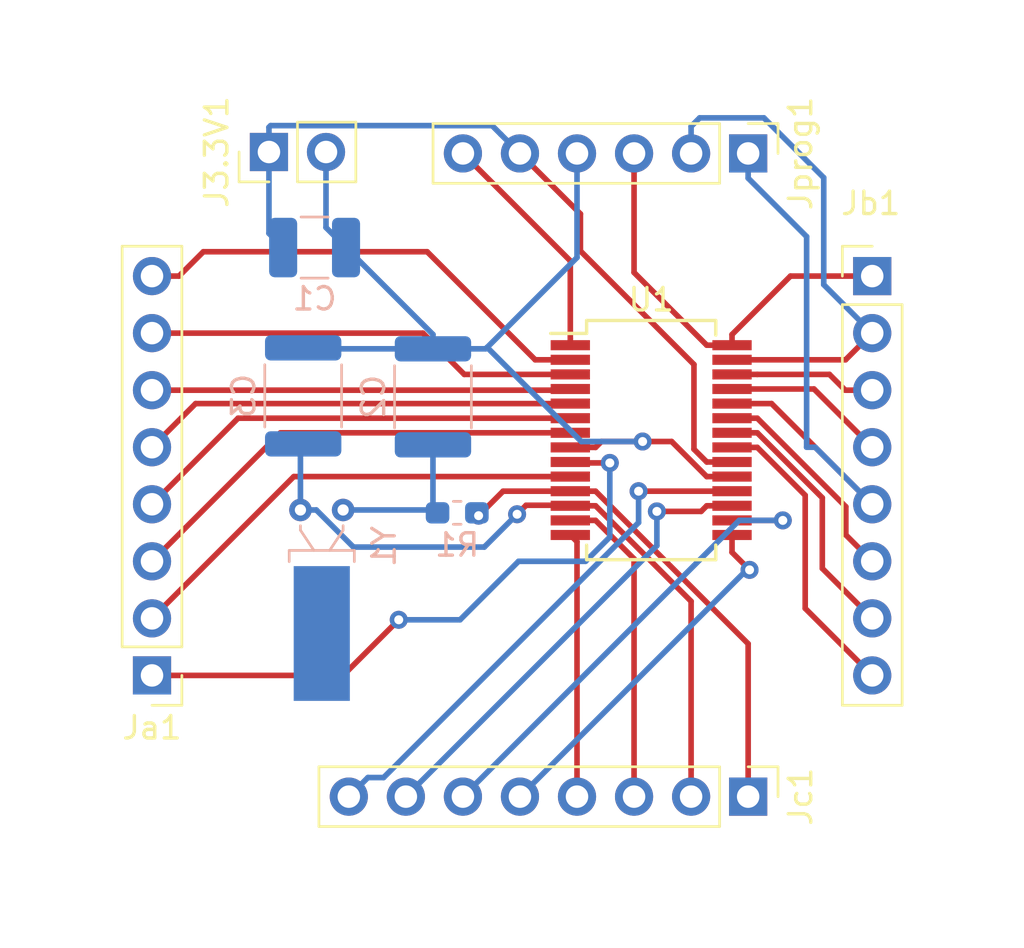
<source format=kicad_pcb>
(kicad_pcb (version 20171130) (host pcbnew "(5.1.5)-3")

  (general
    (thickness 1.6)
    (drawings 0)
    (tracks 160)
    (zones 0)
    (modules 11)
    (nets 29)
  )

  (page A4)
  (layers
    (0 F.Cu signal)
    (31 B.Cu signal)
    (32 B.Adhes user)
    (33 F.Adhes user)
    (34 B.Paste user)
    (35 F.Paste user)
    (36 B.SilkS user)
    (37 F.SilkS user)
    (38 B.Mask user)
    (39 F.Mask user)
    (40 Dwgs.User user)
    (41 Cmts.User user)
    (42 Eco1.User user)
    (43 Eco2.User user)
    (44 Edge.Cuts user)
    (45 Margin user)
    (46 B.CrtYd user)
    (47 F.CrtYd user)
    (48 B.Fab user)
    (49 F.Fab user)
  )

  (setup
    (last_trace_width 0.25)
    (trace_clearance 0.2)
    (zone_clearance 0.508)
    (zone_45_only no)
    (trace_min 0.2)
    (via_size 0.8)
    (via_drill 0.4)
    (via_min_size 0.4)
    (via_min_drill 0.3)
    (uvia_size 0.3)
    (uvia_drill 0.1)
    (uvias_allowed no)
    (uvia_min_size 0.2)
    (uvia_min_drill 0.1)
    (edge_width 0.05)
    (segment_width 0.2)
    (pcb_text_width 0.3)
    (pcb_text_size 1.5 1.5)
    (mod_edge_width 0.12)
    (mod_text_size 1 1)
    (mod_text_width 0.15)
    (pad_size 1.524 1.524)
    (pad_drill 0.762)
    (pad_to_mask_clearance 0.051)
    (solder_mask_min_width 0.25)
    (aux_axis_origin 0 0)
    (visible_elements 7FFFFFFF)
    (pcbplotparams
      (layerselection 0x010fc_ffffffff)
      (usegerberextensions false)
      (usegerberattributes false)
      (usegerberadvancedattributes false)
      (creategerberjobfile false)
      (excludeedgelayer true)
      (linewidth 0.100000)
      (plotframeref false)
      (viasonmask false)
      (mode 1)
      (useauxorigin false)
      (hpglpennumber 1)
      (hpglpenspeed 20)
      (hpglpendiameter 15.000000)
      (psnegative false)
      (psa4output false)
      (plotreference true)
      (plotvalue true)
      (plotinvisibletext false)
      (padsonsilk false)
      (subtractmaskfromsilk false)
      (outputformat 1)
      (mirror false)
      (drillshape 1)
      (scaleselection 1)
      (outputdirectory ""))
  )

  (net 0 "")
  (net 1 VSS)
  (net 2 VDD)
  (net 3 "Net-(C2-Pad2)")
  (net 4 "Net-(C3-Pad2)")
  (net 5 "Net-(Ja1-Pad8)")
  (net 6 "Net-(Ja1-Pad7)")
  (net 7 "Net-(Ja1-Pad6)")
  (net 8 "Net-(Ja1-Pad5)")
  (net 9 "Net-(Ja1-Pad4)")
  (net 10 "Net-(Ja1-Pad3)")
  (net 11 "Net-(Ja1-Pad2)")
  (net 12 "Net-(Ja1-Pad1)")
  (net 13 "Net-(Jb1-Pad8)")
  (net 14 "Net-(Jb1-Pad7)")
  (net 15 "Net-(Jb1-Pad6)")
  (net 16 PGM)
  (net 17 "Net-(Jb1-Pad4)")
  (net 18 "Net-(Jb1-Pad3)")
  (net 19 ICSCLK)
  (net 20 ICSDAT)
  (net 21 "Net-(Jc1-Pad8)")
  (net 22 "Net-(Jc1-Pad7)")
  (net 23 "Net-(Jc1-Pad6)")
  (net 24 "Net-(Jc1-Pad5)")
  (net 25 "Net-(Jc1-Pad4)")
  (net 26 "Net-(Jc1-Pad3)")
  (net 27 "Net-(Jc1-Pad1)")
  (net 28 mclr)

  (net_class Default "Dit is de standaard class."
    (clearance 0.2)
    (trace_width 0.25)
    (via_dia 0.8)
    (via_drill 0.4)
    (uvia_dia 0.3)
    (uvia_drill 0.1)
    (add_net ICSCLK)
    (add_net ICSDAT)
    (add_net "Net-(C2-Pad2)")
    (add_net "Net-(C3-Pad2)")
    (add_net "Net-(Ja1-Pad1)")
    (add_net "Net-(Ja1-Pad2)")
    (add_net "Net-(Ja1-Pad3)")
    (add_net "Net-(Ja1-Pad4)")
    (add_net "Net-(Ja1-Pad5)")
    (add_net "Net-(Ja1-Pad6)")
    (add_net "Net-(Ja1-Pad7)")
    (add_net "Net-(Ja1-Pad8)")
    (add_net "Net-(Jb1-Pad3)")
    (add_net "Net-(Jb1-Pad4)")
    (add_net "Net-(Jb1-Pad6)")
    (add_net "Net-(Jb1-Pad7)")
    (add_net "Net-(Jb1-Pad8)")
    (add_net "Net-(Jc1-Pad1)")
    (add_net "Net-(Jc1-Pad3)")
    (add_net "Net-(Jc1-Pad4)")
    (add_net "Net-(Jc1-Pad5)")
    (add_net "Net-(Jc1-Pad6)")
    (add_net "Net-(Jc1-Pad7)")
    (add_net "Net-(Jc1-Pad8)")
    (add_net PGM)
    (add_net VDD)
    (add_net VSS)
    (add_net mclr)
  )

  (module Resistor_SMD:R_0603_1608Metric_Pad1.05x0.95mm_HandSolder (layer B.Cu) (tedit 5B301BBD) (tstamp 603E2FA9)
    (at 93.218 -14.351)
    (descr "Resistor SMD 0603 (1608 Metric), square (rectangular) end terminal, IPC_7351 nominal with elongated pad for handsoldering. (Body size source: http://www.tortai-tech.com/upload/download/2011102023233369053.pdf), generated with kicad-footprint-generator")
    (tags "resistor handsolder")
    (path /603BC7CF)
    (attr smd)
    (fp_text reference R1 (at 0 1.43 180) (layer B.SilkS)
      (effects (font (size 1 1) (thickness 0.15)) (justify mirror))
    )
    (fp_text value 220K (at 0 -1.43 180) (layer B.Fab)
      (effects (font (size 1 1) (thickness 0.15)) (justify mirror))
    )
    (fp_text user %R (at 0 0 180) (layer B.Fab)
      (effects (font (size 0.4 0.4) (thickness 0.06)) (justify mirror))
    )
    (fp_line (start 1.65 -0.73) (end -1.65 -0.73) (layer B.CrtYd) (width 0.05))
    (fp_line (start 1.65 0.73) (end 1.65 -0.73) (layer B.CrtYd) (width 0.05))
    (fp_line (start -1.65 0.73) (end 1.65 0.73) (layer B.CrtYd) (width 0.05))
    (fp_line (start -1.65 -0.73) (end -1.65 0.73) (layer B.CrtYd) (width 0.05))
    (fp_line (start -0.171267 -0.51) (end 0.171267 -0.51) (layer B.SilkS) (width 0.12))
    (fp_line (start -0.171267 0.51) (end 0.171267 0.51) (layer B.SilkS) (width 0.12))
    (fp_line (start 0.8 -0.4) (end -0.8 -0.4) (layer B.Fab) (width 0.1))
    (fp_line (start 0.8 0.4) (end 0.8 -0.4) (layer B.Fab) (width 0.1))
    (fp_line (start -0.8 0.4) (end 0.8 0.4) (layer B.Fab) (width 0.1))
    (fp_line (start -0.8 -0.4) (end -0.8 0.4) (layer B.Fab) (width 0.1))
    (pad 2 smd roundrect (at 0.875 0) (size 1.05 0.95) (layers B.Cu B.Paste B.Mask) (roundrect_rratio 0.25)
      (net 27 "Net-(Jc1-Pad1)"))
    (pad 1 smd roundrect (at -0.875 0) (size 1.05 0.95) (layers B.Cu B.Paste B.Mask) (roundrect_rratio 0.25)
      (net 3 "Net-(C2-Pad2)"))
    (model ${KISYS3DMOD}/Resistor_SMD.3dshapes/R_0603_1608Metric.wrl
      (at (xyz 0 0 0))
      (scale (xyz 1 1 1))
      (rotate (xyz 0 0 0))
    )
  )

  (module Crystal:Crystal_DS26_D2.0mm_L6.0mm_Horizontal_1EP_style1 (layer B.Cu) (tedit 5A0FD1B2) (tstamp 603E1756)
    (at 88.138 -14.478 180)
    (descr "Crystal THT DS26 6.0mm length 2.0mm diameter http://www.microcrystal.com/images/_Product-Documentation/03_TF_metal_Packages/01_Datasheet/DS-Series.pdf")
    (tags ['DS26'])
    (path /603BB306)
    (fp_text reference Y1 (at -1.82 -1.625 270) (layer B.SilkS)
      (effects (font (size 1 1) (thickness 0.15)) (justify mirror))
    )
    (fp_text value 32KHz (at 3.72 -1.625 270) (layer B.Fab)
      (effects (font (size 1 1) (thickness 0.15)) (justify mirror))
    )
    (fp_line (start 2.7 0.8) (end -0.8 0.8) (layer B.CrtYd) (width 0.05))
    (fp_line (start 2.7 -8.8) (end 2.7 0.8) (layer B.CrtYd) (width 0.05))
    (fp_line (start -0.8 -8.8) (end 2.7 -8.8) (layer B.CrtYd) (width 0.05))
    (fp_line (start -0.8 0.8) (end -0.8 -8.8) (layer B.CrtYd) (width 0.05))
    (fp_line (start 1.9 -0.9) (end 1.9 -0.7) (layer B.SilkS) (width 0.12))
    (fp_line (start 1.3 -1.8) (end 1.9 -0.9) (layer B.SilkS) (width 0.12))
    (fp_line (start 0 -0.9) (end 0 -0.7) (layer B.SilkS) (width 0.12))
    (fp_line (start 0.6 -1.8) (end 0 -0.9) (layer B.SilkS) (width 0.12))
    (fp_line (start 2.4 -1.8) (end 2.4 -2.3) (layer B.SilkS) (width 0.12))
    (fp_line (start -0.5 -1.8) (end 2.4 -1.8) (layer B.SilkS) (width 0.12))
    (fp_line (start -0.5 -2.3) (end -0.5 -1.8) (layer B.SilkS) (width 0.12))
    (fp_line (start 1.9 -1) (end 1.9 0) (layer B.Fab) (width 0.1))
    (fp_line (start 1.3 -2) (end 1.9 -1) (layer B.Fab) (width 0.1))
    (fp_line (start 0 -1) (end 0 0) (layer B.Fab) (width 0.1))
    (fp_line (start 0.6 -2) (end 0 -1) (layer B.Fab) (width 0.1))
    (fp_line (start 1.95 -2) (end -0.05 -2) (layer B.Fab) (width 0.1))
    (fp_line (start 1.95 -8) (end 1.95 -2) (layer B.Fab) (width 0.1))
    (fp_line (start -0.05 -8) (end 1.95 -8) (layer B.Fab) (width 0.1))
    (fp_line (start -0.05 -2) (end -0.05 -8) (layer B.Fab) (width 0.1))
    (fp_text user %R (at 1 -5.25 270) (layer B.Fab)
      (effects (font (size 0.7 0.7) (thickness 0.105)) (justify mirror))
    )
    (pad 3 smd rect (at 0.95 -5.5 180) (size 2.5 6) (layers B.Cu B.Paste B.Mask))
    (pad 2 thru_hole circle (at 1.9 0 180) (size 1 1) (drill 0.5) (layers *.Cu *.Mask)
      (net 4 "Net-(C3-Pad2)"))
    (pad 1 thru_hole circle (at 0 0 180) (size 1 1) (drill 0.5) (layers *.Cu *.Mask)
      (net 3 "Net-(C2-Pad2)"))
    (model ${KISYS3DMOD}/Crystal.3dshapes/Crystal_DS26_D2.0mm_L6.0mm_Horizontal_1EP_style1.wrl
      (at (xyz 0 0 0))
      (scale (xyz 1 1 1))
      (rotate (xyz 0 0 0))
    )
  )

  (module Package_SO:SSOP-28_5.3x10.2mm_P0.65mm (layer F.Cu) (tedit 5A02F25C) (tstamp 603E173B)
    (at 101.854 -17.5895)
    (descr "28-Lead Plastic Shrink Small Outline (SS)-5.30 mm Body [SSOP] (see Microchip Packaging Specification 00000049BS.pdf)")
    (tags "SSOP 0.65")
    (path /6034E585)
    (attr smd)
    (fp_text reference U1 (at 0 -6.25) (layer F.SilkS)
      (effects (font (size 1 1) (thickness 0.15)))
    )
    (fp_text value PIC16F886-IP (at 0 6.25) (layer F.Fab)
      (effects (font (size 1 1) (thickness 0.15)))
    )
    (fp_text user %R (at 0 0) (layer F.Fab)
      (effects (font (size 0.8 0.8) (thickness 0.15)))
    )
    (fp_line (start -2.875 -4.75) (end -4.475 -4.75) (layer F.SilkS) (width 0.15))
    (fp_line (start -2.875 5.325) (end 2.875 5.325) (layer F.SilkS) (width 0.15))
    (fp_line (start -2.875 -5.325) (end 2.875 -5.325) (layer F.SilkS) (width 0.15))
    (fp_line (start -2.875 5.325) (end -2.875 4.675) (layer F.SilkS) (width 0.15))
    (fp_line (start 2.875 5.325) (end 2.875 4.675) (layer F.SilkS) (width 0.15))
    (fp_line (start 2.875 -5.325) (end 2.875 -4.675) (layer F.SilkS) (width 0.15))
    (fp_line (start -2.875 -5.325) (end -2.875 -4.75) (layer F.SilkS) (width 0.15))
    (fp_line (start -4.75 5.5) (end 4.75 5.5) (layer F.CrtYd) (width 0.05))
    (fp_line (start -4.75 -5.5) (end 4.75 -5.5) (layer F.CrtYd) (width 0.05))
    (fp_line (start 4.75 -5.5) (end 4.75 5.5) (layer F.CrtYd) (width 0.05))
    (fp_line (start -4.75 -5.5) (end -4.75 5.5) (layer F.CrtYd) (width 0.05))
    (fp_line (start -2.65 -4.1) (end -1.65 -5.1) (layer F.Fab) (width 0.15))
    (fp_line (start -2.65 5.1) (end -2.65 -4.1) (layer F.Fab) (width 0.15))
    (fp_line (start 2.65 5.1) (end -2.65 5.1) (layer F.Fab) (width 0.15))
    (fp_line (start 2.65 -5.1) (end 2.65 5.1) (layer F.Fab) (width 0.15))
    (fp_line (start -1.65 -5.1) (end 2.65 -5.1) (layer F.Fab) (width 0.15))
    (pad 28 smd rect (at 3.6 -4.225) (size 1.75 0.45) (layers F.Cu F.Paste F.Mask)
      (net 20 ICSDAT))
    (pad 27 smd rect (at 3.6 -3.575) (size 1.75 0.45) (layers F.Cu F.Paste F.Mask)
      (net 19 ICSCLK))
    (pad 26 smd rect (at 3.6 -2.925) (size 1.75 0.45) (layers F.Cu F.Paste F.Mask)
      (net 18 "Net-(Jb1-Pad3)"))
    (pad 25 smd rect (at 3.6 -2.275) (size 1.75 0.45) (layers F.Cu F.Paste F.Mask)
      (net 17 "Net-(Jb1-Pad4)"))
    (pad 24 smd rect (at 3.6 -1.625) (size 1.75 0.45) (layers F.Cu F.Paste F.Mask)
      (net 16 PGM))
    (pad 23 smd rect (at 3.6 -0.975) (size 1.75 0.45) (layers F.Cu F.Paste F.Mask)
      (net 15 "Net-(Jb1-Pad6)"))
    (pad 22 smd rect (at 3.6 -0.325) (size 1.75 0.45) (layers F.Cu F.Paste F.Mask)
      (net 14 "Net-(Jb1-Pad7)"))
    (pad 21 smd rect (at 3.6 0.325) (size 1.75 0.45) (layers F.Cu F.Paste F.Mask)
      (net 13 "Net-(Jb1-Pad8)"))
    (pad 20 smd rect (at 3.6 0.975) (size 1.75 0.45) (layers F.Cu F.Paste F.Mask)
      (net 2 VDD))
    (pad 19 smd rect (at 3.6 1.625) (size 1.75 0.45) (layers F.Cu F.Paste F.Mask)
      (net 1 VSS))
    (pad 18 smd rect (at 3.6 2.275) (size 1.75 0.45) (layers F.Cu F.Paste F.Mask)
      (net 21 "Net-(Jc1-Pad8)"))
    (pad 17 smd rect (at 3.6 2.925) (size 1.75 0.45) (layers F.Cu F.Paste F.Mask)
      (net 22 "Net-(Jc1-Pad7)"))
    (pad 16 smd rect (at 3.6 3.575) (size 1.75 0.45) (layers F.Cu F.Paste F.Mask)
      (net 23 "Net-(Jc1-Pad6)"))
    (pad 15 smd rect (at 3.6 4.225) (size 1.75 0.45) (layers F.Cu F.Paste F.Mask)
      (net 24 "Net-(Jc1-Pad5)"))
    (pad 14 smd rect (at -3.6 4.225) (size 1.75 0.45) (layers F.Cu F.Paste F.Mask)
      (net 25 "Net-(Jc1-Pad4)"))
    (pad 13 smd rect (at -3.6 3.575) (size 1.75 0.45) (layers F.Cu F.Paste F.Mask)
      (net 26 "Net-(Jc1-Pad3)"))
    (pad 12 smd rect (at -3.6 2.925) (size 1.75 0.45) (layers F.Cu F.Paste F.Mask)
      (net 4 "Net-(C3-Pad2)"))
    (pad 11 smd rect (at -3.6 2.275) (size 1.75 0.45) (layers F.Cu F.Paste F.Mask)
      (net 27 "Net-(Jc1-Pad1)"))
    (pad 10 smd rect (at -3.6 1.625) (size 1.75 0.45) (layers F.Cu F.Paste F.Mask)
      (net 11 "Net-(Ja1-Pad2)"))
    (pad 9 smd rect (at -3.6 0.975) (size 1.75 0.45) (layers F.Cu F.Paste F.Mask)
      (net 12 "Net-(Ja1-Pad1)"))
    (pad 8 smd rect (at -3.6 0.325) (size 1.75 0.45) (layers F.Cu F.Paste F.Mask)
      (net 1 VSS))
    (pad 7 smd rect (at -3.6 -0.325) (size 1.75 0.45) (layers F.Cu F.Paste F.Mask)
      (net 10 "Net-(Ja1-Pad3)"))
    (pad 6 smd rect (at -3.6 -0.975) (size 1.75 0.45) (layers F.Cu F.Paste F.Mask)
      (net 9 "Net-(Ja1-Pad4)"))
    (pad 5 smd rect (at -3.6 -1.625) (size 1.75 0.45) (layers F.Cu F.Paste F.Mask)
      (net 8 "Net-(Ja1-Pad5)"))
    (pad 4 smd rect (at -3.6 -2.275) (size 1.75 0.45) (layers F.Cu F.Paste F.Mask)
      (net 7 "Net-(Ja1-Pad6)"))
    (pad 3 smd rect (at -3.6 -2.925) (size 1.75 0.45) (layers F.Cu F.Paste F.Mask)
      (net 6 "Net-(Ja1-Pad7)"))
    (pad 2 smd rect (at -3.6 -3.575) (size 1.75 0.45) (layers F.Cu F.Paste F.Mask)
      (net 5 "Net-(Ja1-Pad8)"))
    (pad 1 smd rect (at -3.6 -4.225) (size 1.75 0.45) (layers F.Cu F.Paste F.Mask)
      (net 28 mclr))
    (model ${KISYS3DMOD}/Package_SO.3dshapes/SSOP-28_5.3x10.2mm_P0.65mm.wrl
      (at (xyz 0 0 0))
      (scale (xyz 1 1 1))
      (rotate (xyz 0 0 0))
    )
  )

  (module Connector_PinHeader_2.54mm:PinHeader_1x06_P2.54mm_Vertical (layer F.Cu) (tedit 59FED5CC) (tstamp 603E16F9)
    (at 106.172 -30.353 270)
    (descr "Through hole straight pin header, 1x06, 2.54mm pitch, single row")
    (tags "Through hole pin header THT 1x06 2.54mm single row")
    (path /603B648F)
    (fp_text reference Jprog1 (at 0 -2.33 90) (layer F.SilkS)
      (effects (font (size 1 1) (thickness 0.15)))
    )
    (fp_text value Conn_01x06_Male (at 0 15.03 90) (layer F.Fab)
      (effects (font (size 1 1) (thickness 0.15)))
    )
    (fp_text user %R (at 0 6.35) (layer F.Fab)
      (effects (font (size 1 1) (thickness 0.15)))
    )
    (fp_line (start 1.8 -1.8) (end -1.8 -1.8) (layer F.CrtYd) (width 0.05))
    (fp_line (start 1.8 14.5) (end 1.8 -1.8) (layer F.CrtYd) (width 0.05))
    (fp_line (start -1.8 14.5) (end 1.8 14.5) (layer F.CrtYd) (width 0.05))
    (fp_line (start -1.8 -1.8) (end -1.8 14.5) (layer F.CrtYd) (width 0.05))
    (fp_line (start -1.33 -1.33) (end 0 -1.33) (layer F.SilkS) (width 0.12))
    (fp_line (start -1.33 0) (end -1.33 -1.33) (layer F.SilkS) (width 0.12))
    (fp_line (start -1.33 1.27) (end 1.33 1.27) (layer F.SilkS) (width 0.12))
    (fp_line (start 1.33 1.27) (end 1.33 14.03) (layer F.SilkS) (width 0.12))
    (fp_line (start -1.33 1.27) (end -1.33 14.03) (layer F.SilkS) (width 0.12))
    (fp_line (start -1.33 14.03) (end 1.33 14.03) (layer F.SilkS) (width 0.12))
    (fp_line (start -1.27 -0.635) (end -0.635 -1.27) (layer F.Fab) (width 0.1))
    (fp_line (start -1.27 13.97) (end -1.27 -0.635) (layer F.Fab) (width 0.1))
    (fp_line (start 1.27 13.97) (end -1.27 13.97) (layer F.Fab) (width 0.1))
    (fp_line (start 1.27 -1.27) (end 1.27 13.97) (layer F.Fab) (width 0.1))
    (fp_line (start -0.635 -1.27) (end 1.27 -1.27) (layer F.Fab) (width 0.1))
    (pad 6 thru_hole oval (at 0 12.7 270) (size 1.7 1.7) (drill 1) (layers *.Cu *.Mask)
      (net 28 mclr))
    (pad 5 thru_hole oval (at 0 10.16 270) (size 1.7 1.7) (drill 1) (layers *.Cu *.Mask)
      (net 2 VDD))
    (pad 4 thru_hole oval (at 0 7.62 270) (size 1.7 1.7) (drill 1) (layers *.Cu *.Mask)
      (net 1 VSS))
    (pad 3 thru_hole oval (at 0 5.08 270) (size 1.7 1.7) (drill 1) (layers *.Cu *.Mask)
      (net 20 ICSDAT))
    (pad 2 thru_hole oval (at 0 2.54 270) (size 1.7 1.7) (drill 1) (layers *.Cu *.Mask)
      (net 19 ICSCLK))
    (pad 1 thru_hole rect (at 0 0 270) (size 1.7 1.7) (drill 1) (layers *.Cu *.Mask)
      (net 16 PGM))
    (model ${KISYS3DMOD}/Connector_PinHeader_2.54mm.3dshapes/PinHeader_1x06_P2.54mm_Vertical.wrl
      (at (xyz 0 0 0))
      (scale (xyz 1 1 1))
      (rotate (xyz 0 0 0))
    )
  )

  (module Connector_PinHeader_2.54mm:PinHeader_1x08_P2.54mm_Vertical (layer F.Cu) (tedit 59FED5CC) (tstamp 604217D2)
    (at 106.172 -1.7145 270)
    (descr "Through hole straight pin header, 1x08, 2.54mm pitch, single row")
    (tags "Through hole pin header THT 1x08 2.54mm single row")
    (path /603ECBF8)
    (fp_text reference Jc1 (at 0 -2.33 90) (layer F.SilkS)
      (effects (font (size 1 1) (thickness 0.15)))
    )
    (fp_text value Conn_01x08_Male (at 0 20.11 90) (layer F.Fab)
      (effects (font (size 1 1) (thickness 0.15)))
    )
    (fp_text user %R (at 0 8.89) (layer F.Fab)
      (effects (font (size 1 1) (thickness 0.15)))
    )
    (fp_line (start 1.8 -1.8) (end -1.8 -1.8) (layer F.CrtYd) (width 0.05))
    (fp_line (start 1.8 19.55) (end 1.8 -1.8) (layer F.CrtYd) (width 0.05))
    (fp_line (start -1.8 19.55) (end 1.8 19.55) (layer F.CrtYd) (width 0.05))
    (fp_line (start -1.8 -1.8) (end -1.8 19.55) (layer F.CrtYd) (width 0.05))
    (fp_line (start -1.33 -1.33) (end 0 -1.33) (layer F.SilkS) (width 0.12))
    (fp_line (start -1.33 0) (end -1.33 -1.33) (layer F.SilkS) (width 0.12))
    (fp_line (start -1.33 1.27) (end 1.33 1.27) (layer F.SilkS) (width 0.12))
    (fp_line (start 1.33 1.27) (end 1.33 19.11) (layer F.SilkS) (width 0.12))
    (fp_line (start -1.33 1.27) (end -1.33 19.11) (layer F.SilkS) (width 0.12))
    (fp_line (start -1.33 19.11) (end 1.33 19.11) (layer F.SilkS) (width 0.12))
    (fp_line (start -1.27 -0.635) (end -0.635 -1.27) (layer F.Fab) (width 0.1))
    (fp_line (start -1.27 19.05) (end -1.27 -0.635) (layer F.Fab) (width 0.1))
    (fp_line (start 1.27 19.05) (end -1.27 19.05) (layer F.Fab) (width 0.1))
    (fp_line (start 1.27 -1.27) (end 1.27 19.05) (layer F.Fab) (width 0.1))
    (fp_line (start -0.635 -1.27) (end 1.27 -1.27) (layer F.Fab) (width 0.1))
    (pad 8 thru_hole oval (at 0 17.78 270) (size 1.7 1.7) (drill 1) (layers *.Cu *.Mask)
      (net 21 "Net-(Jc1-Pad8)"))
    (pad 7 thru_hole oval (at 0 15.24 270) (size 1.7 1.7) (drill 1) (layers *.Cu *.Mask)
      (net 22 "Net-(Jc1-Pad7)"))
    (pad 6 thru_hole oval (at 0 12.7 270) (size 1.7 1.7) (drill 1) (layers *.Cu *.Mask)
      (net 23 "Net-(Jc1-Pad6)"))
    (pad 5 thru_hole oval (at 0 10.16 270) (size 1.7 1.7) (drill 1) (layers *.Cu *.Mask)
      (net 24 "Net-(Jc1-Pad5)"))
    (pad 4 thru_hole oval (at 0 7.62 270) (size 1.7 1.7) (drill 1) (layers *.Cu *.Mask)
      (net 25 "Net-(Jc1-Pad4)"))
    (pad 3 thru_hole oval (at 0 5.08 270) (size 1.7 1.7) (drill 1) (layers *.Cu *.Mask)
      (net 26 "Net-(Jc1-Pad3)"))
    (pad 2 thru_hole oval (at 0 2.54 270) (size 1.7 1.7) (drill 1) (layers *.Cu *.Mask)
      (net 4 "Net-(C3-Pad2)"))
    (pad 1 thru_hole rect (at 0 0 270) (size 1.7 1.7) (drill 1) (layers *.Cu *.Mask)
      (net 27 "Net-(Jc1-Pad1)"))
    (model ${KISYS3DMOD}/Connector_PinHeader_2.54mm.3dshapes/PinHeader_1x08_P2.54mm_Vertical.wrl
      (at (xyz 0 0 0))
      (scale (xyz 1 1 1))
      (rotate (xyz 0 0 0))
    )
  )

  (module Connector_PinHeader_2.54mm:PinHeader_1x08_P2.54mm_Vertical (layer F.Cu) (tedit 59FED5CC) (tstamp 603E16C3)
    (at 111.6965 -24.892)
    (descr "Through hole straight pin header, 1x08, 2.54mm pitch, single row")
    (tags "Through hole pin header THT 1x08 2.54mm single row")
    (path /603DE26C)
    (fp_text reference Jb1 (at -0.0635 -3.2385) (layer F.SilkS)
      (effects (font (size 1 1) (thickness 0.15)))
    )
    (fp_text value Conn_01x08_Male (at 0 20.11) (layer F.Fab)
      (effects (font (size 1 1) (thickness 0.15)))
    )
    (fp_text user %R (at 0 8.89 90) (layer F.Fab)
      (effects (font (size 1 1) (thickness 0.15)))
    )
    (fp_line (start 1.8 -1.8) (end -1.8 -1.8) (layer F.CrtYd) (width 0.05))
    (fp_line (start 1.8 19.55) (end 1.8 -1.8) (layer F.CrtYd) (width 0.05))
    (fp_line (start -1.8 19.55) (end 1.8 19.55) (layer F.CrtYd) (width 0.05))
    (fp_line (start -1.8 -1.8) (end -1.8 19.55) (layer F.CrtYd) (width 0.05))
    (fp_line (start -1.33 -1.33) (end 0 -1.33) (layer F.SilkS) (width 0.12))
    (fp_line (start -1.33 0) (end -1.33 -1.33) (layer F.SilkS) (width 0.12))
    (fp_line (start -1.33 1.27) (end 1.33 1.27) (layer F.SilkS) (width 0.12))
    (fp_line (start 1.33 1.27) (end 1.33 19.11) (layer F.SilkS) (width 0.12))
    (fp_line (start -1.33 1.27) (end -1.33 19.11) (layer F.SilkS) (width 0.12))
    (fp_line (start -1.33 19.11) (end 1.33 19.11) (layer F.SilkS) (width 0.12))
    (fp_line (start -1.27 -0.635) (end -0.635 -1.27) (layer F.Fab) (width 0.1))
    (fp_line (start -1.27 19.05) (end -1.27 -0.635) (layer F.Fab) (width 0.1))
    (fp_line (start 1.27 19.05) (end -1.27 19.05) (layer F.Fab) (width 0.1))
    (fp_line (start 1.27 -1.27) (end 1.27 19.05) (layer F.Fab) (width 0.1))
    (fp_line (start -0.635 -1.27) (end 1.27 -1.27) (layer F.Fab) (width 0.1))
    (pad 8 thru_hole oval (at 0 17.78) (size 1.7 1.7) (drill 1) (layers *.Cu *.Mask)
      (net 13 "Net-(Jb1-Pad8)"))
    (pad 7 thru_hole oval (at 0 15.24) (size 1.7 1.7) (drill 1) (layers *.Cu *.Mask)
      (net 14 "Net-(Jb1-Pad7)"))
    (pad 6 thru_hole oval (at 0 12.7) (size 1.7 1.7) (drill 1) (layers *.Cu *.Mask)
      (net 15 "Net-(Jb1-Pad6)"))
    (pad 5 thru_hole oval (at 0 10.16) (size 1.7 1.7) (drill 1) (layers *.Cu *.Mask)
      (net 16 PGM))
    (pad 4 thru_hole oval (at 0 7.62) (size 1.7 1.7) (drill 1) (layers *.Cu *.Mask)
      (net 17 "Net-(Jb1-Pad4)"))
    (pad 3 thru_hole oval (at 0 5.08) (size 1.7 1.7) (drill 1) (layers *.Cu *.Mask)
      (net 18 "Net-(Jb1-Pad3)"))
    (pad 2 thru_hole oval (at 0 2.54) (size 1.7 1.7) (drill 1) (layers *.Cu *.Mask)
      (net 19 ICSCLK))
    (pad 1 thru_hole rect (at 0 0) (size 1.7 1.7) (drill 1) (layers *.Cu *.Mask)
      (net 20 ICSDAT))
    (model ${KISYS3DMOD}/Connector_PinHeader_2.54mm.3dshapes/PinHeader_1x08_P2.54mm_Vertical.wrl
      (at (xyz 0 0 0))
      (scale (xyz 1 1 1))
      (rotate (xyz 0 0 0))
    )
  )

  (module Connector_PinHeader_2.54mm:PinHeader_1x08_P2.54mm_Vertical (layer F.Cu) (tedit 59FED5CC) (tstamp 603E16A7)
    (at 79.629 -7.112 180)
    (descr "Through hole straight pin header, 1x08, 2.54mm pitch, single row")
    (tags "Through hole pin header THT 1x08 2.54mm single row")
    (path /603E470E)
    (fp_text reference Ja1 (at 0 -2.33) (layer F.SilkS)
      (effects (font (size 1 1) (thickness 0.15)))
    )
    (fp_text value Conn_01x08_Male (at 0 20.11) (layer F.Fab)
      (effects (font (size 1 1) (thickness 0.15)))
    )
    (fp_text user %R (at 0 8.89 90) (layer F.Fab)
      (effects (font (size 1 1) (thickness 0.15)))
    )
    (fp_line (start 1.8 -1.8) (end -1.8 -1.8) (layer F.CrtYd) (width 0.05))
    (fp_line (start 1.8 19.55) (end 1.8 -1.8) (layer F.CrtYd) (width 0.05))
    (fp_line (start -1.8 19.55) (end 1.8 19.55) (layer F.CrtYd) (width 0.05))
    (fp_line (start -1.8 -1.8) (end -1.8 19.55) (layer F.CrtYd) (width 0.05))
    (fp_line (start -1.33 -1.33) (end 0 -1.33) (layer F.SilkS) (width 0.12))
    (fp_line (start -1.33 0) (end -1.33 -1.33) (layer F.SilkS) (width 0.12))
    (fp_line (start -1.33 1.27) (end 1.33 1.27) (layer F.SilkS) (width 0.12))
    (fp_line (start 1.33 1.27) (end 1.33 19.11) (layer F.SilkS) (width 0.12))
    (fp_line (start -1.33 1.27) (end -1.33 19.11) (layer F.SilkS) (width 0.12))
    (fp_line (start -1.33 19.11) (end 1.33 19.11) (layer F.SilkS) (width 0.12))
    (fp_line (start -1.27 -0.635) (end -0.635 -1.27) (layer F.Fab) (width 0.1))
    (fp_line (start -1.27 19.05) (end -1.27 -0.635) (layer F.Fab) (width 0.1))
    (fp_line (start 1.27 19.05) (end -1.27 19.05) (layer F.Fab) (width 0.1))
    (fp_line (start 1.27 -1.27) (end 1.27 19.05) (layer F.Fab) (width 0.1))
    (fp_line (start -0.635 -1.27) (end 1.27 -1.27) (layer F.Fab) (width 0.1))
    (pad 8 thru_hole oval (at 0 17.78 180) (size 1.7 1.7) (drill 1) (layers *.Cu *.Mask)
      (net 5 "Net-(Ja1-Pad8)"))
    (pad 7 thru_hole oval (at 0 15.24 180) (size 1.7 1.7) (drill 1) (layers *.Cu *.Mask)
      (net 6 "Net-(Ja1-Pad7)"))
    (pad 6 thru_hole oval (at 0 12.7 180) (size 1.7 1.7) (drill 1) (layers *.Cu *.Mask)
      (net 7 "Net-(Ja1-Pad6)"))
    (pad 5 thru_hole oval (at 0 10.16 180) (size 1.7 1.7) (drill 1) (layers *.Cu *.Mask)
      (net 8 "Net-(Ja1-Pad5)"))
    (pad 4 thru_hole oval (at 0 7.62 180) (size 1.7 1.7) (drill 1) (layers *.Cu *.Mask)
      (net 9 "Net-(Ja1-Pad4)"))
    (pad 3 thru_hole oval (at 0 5.08 180) (size 1.7 1.7) (drill 1) (layers *.Cu *.Mask)
      (net 10 "Net-(Ja1-Pad3)"))
    (pad 2 thru_hole oval (at 0 2.54 180) (size 1.7 1.7) (drill 1) (layers *.Cu *.Mask)
      (net 11 "Net-(Ja1-Pad2)"))
    (pad 1 thru_hole rect (at 0 0 180) (size 1.7 1.7) (drill 1) (layers *.Cu *.Mask)
      (net 12 "Net-(Ja1-Pad1)"))
    (model ${KISYS3DMOD}/Connector_PinHeader_2.54mm.3dshapes/PinHeader_1x08_P2.54mm_Vertical.wrl
      (at (xyz 0 0 0))
      (scale (xyz 1 1 1))
      (rotate (xyz 0 0 0))
    )
  )

  (module Connector_PinHeader_2.54mm:PinHeader_1x02_P2.54mm_Vertical (layer F.Cu) (tedit 59FED5CC) (tstamp 603E168B)
    (at 84.836 -30.4165 90)
    (descr "Through hole straight pin header, 1x02, 2.54mm pitch, single row")
    (tags "Through hole pin header THT 1x02 2.54mm single row")
    (path /60400875)
    (fp_text reference J3.3V1 (at 0 -2.33 90) (layer F.SilkS)
      (effects (font (size 1 1) (thickness 0.15)))
    )
    (fp_text value Conn_01x02_Male (at 0 4.87 90) (layer F.Fab)
      (effects (font (size 1 1) (thickness 0.15)))
    )
    (fp_text user %R (at 0 1.27) (layer F.Fab)
      (effects (font (size 1 1) (thickness 0.15)))
    )
    (fp_line (start 1.8 -1.8) (end -1.8 -1.8) (layer F.CrtYd) (width 0.05))
    (fp_line (start 1.8 4.35) (end 1.8 -1.8) (layer F.CrtYd) (width 0.05))
    (fp_line (start -1.8 4.35) (end 1.8 4.35) (layer F.CrtYd) (width 0.05))
    (fp_line (start -1.8 -1.8) (end -1.8 4.35) (layer F.CrtYd) (width 0.05))
    (fp_line (start -1.33 -1.33) (end 0 -1.33) (layer F.SilkS) (width 0.12))
    (fp_line (start -1.33 0) (end -1.33 -1.33) (layer F.SilkS) (width 0.12))
    (fp_line (start -1.33 1.27) (end 1.33 1.27) (layer F.SilkS) (width 0.12))
    (fp_line (start 1.33 1.27) (end 1.33 3.87) (layer F.SilkS) (width 0.12))
    (fp_line (start -1.33 1.27) (end -1.33 3.87) (layer F.SilkS) (width 0.12))
    (fp_line (start -1.33 3.87) (end 1.33 3.87) (layer F.SilkS) (width 0.12))
    (fp_line (start -1.27 -0.635) (end -0.635 -1.27) (layer F.Fab) (width 0.1))
    (fp_line (start -1.27 3.81) (end -1.27 -0.635) (layer F.Fab) (width 0.1))
    (fp_line (start 1.27 3.81) (end -1.27 3.81) (layer F.Fab) (width 0.1))
    (fp_line (start 1.27 -1.27) (end 1.27 3.81) (layer F.Fab) (width 0.1))
    (fp_line (start -0.635 -1.27) (end 1.27 -1.27) (layer F.Fab) (width 0.1))
    (pad 2 thru_hole oval (at 0 2.54 90) (size 1.7 1.7) (drill 1) (layers *.Cu *.Mask)
      (net 1 VSS))
    (pad 1 thru_hole rect (at 0 0 90) (size 1.7 1.7) (drill 1) (layers *.Cu *.Mask)
      (net 2 VDD))
    (model ${KISYS3DMOD}/Connector_PinHeader_2.54mm.3dshapes/PinHeader_1x02_P2.54mm_Vertical.wrl
      (at (xyz 0 0 0))
      (scale (xyz 1 1 1))
      (rotate (xyz 0 0 0))
    )
  )

  (module Capacitor_SMD:C_1812_4532Metric (layer B.Cu) (tedit 5B301BBE) (tstamp 603E1675)
    (at 86.36 -19.558 270)
    (descr "Capacitor SMD 1812 (4532 Metric), square (rectangular) end terminal, IPC_7351 nominal, (Body size source: https://www.nikhef.nl/pub/departments/mt/projects/detectorR_D/dtddice/ERJ2G.pdf), generated with kicad-footprint-generator")
    (tags capacitor)
    (path /603BBCC2)
    (attr smd)
    (fp_text reference C3 (at 0 2.65 270) (layer B.SilkS)
      (effects (font (size 1 1) (thickness 0.15)) (justify mirror))
    )
    (fp_text value 22pF (at 0 -2.65 270) (layer B.Fab)
      (effects (font (size 1 1) (thickness 0.15)) (justify mirror))
    )
    (fp_text user %R (at 0 0 270) (layer B.Fab)
      (effects (font (size 1 1) (thickness 0.15)) (justify mirror))
    )
    (fp_line (start 2.95 -1.95) (end -2.95 -1.95) (layer B.CrtYd) (width 0.05))
    (fp_line (start 2.95 1.95) (end 2.95 -1.95) (layer B.CrtYd) (width 0.05))
    (fp_line (start -2.95 1.95) (end 2.95 1.95) (layer B.CrtYd) (width 0.05))
    (fp_line (start -2.95 -1.95) (end -2.95 1.95) (layer B.CrtYd) (width 0.05))
    (fp_line (start -1.386252 -1.71) (end 1.386252 -1.71) (layer B.SilkS) (width 0.12))
    (fp_line (start -1.386252 1.71) (end 1.386252 1.71) (layer B.SilkS) (width 0.12))
    (fp_line (start 2.25 -1.6) (end -2.25 -1.6) (layer B.Fab) (width 0.1))
    (fp_line (start 2.25 1.6) (end 2.25 -1.6) (layer B.Fab) (width 0.1))
    (fp_line (start -2.25 1.6) (end 2.25 1.6) (layer B.Fab) (width 0.1))
    (fp_line (start -2.25 -1.6) (end -2.25 1.6) (layer B.Fab) (width 0.1))
    (pad 2 smd roundrect (at 2.1375 0 270) (size 1.125 3.4) (layers B.Cu B.Paste B.Mask) (roundrect_rratio 0.222222)
      (net 4 "Net-(C3-Pad2)"))
    (pad 1 smd roundrect (at -2.1375 0 270) (size 1.125 3.4) (layers B.Cu B.Paste B.Mask) (roundrect_rratio 0.222222)
      (net 1 VSS))
    (model ${KISYS3DMOD}/Capacitor_SMD.3dshapes/C_1812_4532Metric.wrl
      (at (xyz 0 0 0))
      (scale (xyz 1 1 1))
      (rotate (xyz 0 0 0))
    )
  )

  (module Capacitor_SMD:C_1812_4532Metric (layer B.Cu) (tedit 5B301BBE) (tstamp 603E1664)
    (at 92.1385 -19.516 270)
    (descr "Capacitor SMD 1812 (4532 Metric), square (rectangular) end terminal, IPC_7351 nominal, (Body size source: https://www.nikhef.nl/pub/departments/mt/projects/detectorR_D/dtddice/ERJ2G.pdf), generated with kicad-footprint-generator")
    (tags capacitor)
    (path /603BC485)
    (attr smd)
    (fp_text reference C2 (at 0 2.65 270) (layer B.SilkS)
      (effects (font (size 1 1) (thickness 0.15)) (justify mirror))
    )
    (fp_text value 22pF (at 0 -2.65 270) (layer B.Fab)
      (effects (font (size 1 1) (thickness 0.15)) (justify mirror))
    )
    (fp_text user %R (at 0 0 270) (layer B.Fab)
      (effects (font (size 1 1) (thickness 0.15)) (justify mirror))
    )
    (fp_line (start 2.95 -1.95) (end -2.95 -1.95) (layer B.CrtYd) (width 0.05))
    (fp_line (start 2.95 1.95) (end 2.95 -1.95) (layer B.CrtYd) (width 0.05))
    (fp_line (start -2.95 1.95) (end 2.95 1.95) (layer B.CrtYd) (width 0.05))
    (fp_line (start -2.95 -1.95) (end -2.95 1.95) (layer B.CrtYd) (width 0.05))
    (fp_line (start -1.386252 -1.71) (end 1.386252 -1.71) (layer B.SilkS) (width 0.12))
    (fp_line (start -1.386252 1.71) (end 1.386252 1.71) (layer B.SilkS) (width 0.12))
    (fp_line (start 2.25 -1.6) (end -2.25 -1.6) (layer B.Fab) (width 0.1))
    (fp_line (start 2.25 1.6) (end 2.25 -1.6) (layer B.Fab) (width 0.1))
    (fp_line (start -2.25 1.6) (end 2.25 1.6) (layer B.Fab) (width 0.1))
    (fp_line (start -2.25 -1.6) (end -2.25 1.6) (layer B.Fab) (width 0.1))
    (pad 2 smd roundrect (at 2.1375 0 270) (size 1.125 3.4) (layers B.Cu B.Paste B.Mask) (roundrect_rratio 0.222222)
      (net 3 "Net-(C2-Pad2)"))
    (pad 1 smd roundrect (at -2.1375 0 270) (size 1.125 3.4) (layers B.Cu B.Paste B.Mask) (roundrect_rratio 0.222222)
      (net 1 VSS))
    (model ${KISYS3DMOD}/Capacitor_SMD.3dshapes/C_1812_4532Metric.wrl
      (at (xyz 0 0 0))
      (scale (xyz 1 1 1))
      (rotate (xyz 0 0 0))
    )
  )

  (module Capacitor_SMD:C_1210_3225Metric (layer B.Cu) (tedit 5B301BBE) (tstamp 603E1653)
    (at 86.868 -26.162)
    (descr "Capacitor SMD 1210 (3225 Metric), square (rectangular) end terminal, IPC_7351 nominal, (Body size source: http://www.tortai-tech.com/upload/download/2011102023233369053.pdf), generated with kicad-footprint-generator")
    (tags capacitor)
    (path /603D2281)
    (attr smd)
    (fp_text reference C1 (at 0 2.28) (layer B.SilkS)
      (effects (font (size 1 1) (thickness 0.15)) (justify mirror))
    )
    (fp_text value 100nf (at 0 -2.28) (layer B.Fab)
      (effects (font (size 1 1) (thickness 0.15)) (justify mirror))
    )
    (fp_text user %R (at 0 0) (layer B.Fab)
      (effects (font (size 0.8 0.8) (thickness 0.12)) (justify mirror))
    )
    (fp_line (start 2.28 -1.58) (end -2.28 -1.58) (layer B.CrtYd) (width 0.05))
    (fp_line (start 2.28 1.58) (end 2.28 -1.58) (layer B.CrtYd) (width 0.05))
    (fp_line (start -2.28 1.58) (end 2.28 1.58) (layer B.CrtYd) (width 0.05))
    (fp_line (start -2.28 -1.58) (end -2.28 1.58) (layer B.CrtYd) (width 0.05))
    (fp_line (start -0.602064 -1.36) (end 0.602064 -1.36) (layer B.SilkS) (width 0.12))
    (fp_line (start -0.602064 1.36) (end 0.602064 1.36) (layer B.SilkS) (width 0.12))
    (fp_line (start 1.6 -1.25) (end -1.6 -1.25) (layer B.Fab) (width 0.1))
    (fp_line (start 1.6 1.25) (end 1.6 -1.25) (layer B.Fab) (width 0.1))
    (fp_line (start -1.6 1.25) (end 1.6 1.25) (layer B.Fab) (width 0.1))
    (fp_line (start -1.6 -1.25) (end -1.6 1.25) (layer B.Fab) (width 0.1))
    (pad 2 smd roundrect (at 1.4 0) (size 1.25 2.65) (layers B.Cu B.Paste B.Mask) (roundrect_rratio 0.2)
      (net 1 VSS))
    (pad 1 smd roundrect (at -1.4 0) (size 1.25 2.65) (layers B.Cu B.Paste B.Mask) (roundrect_rratio 0.2)
      (net 2 VDD))
    (model ${KISYS3DMOD}/Capacitor_SMD.3dshapes/C_1210_3225Metric.wrl
      (at (xyz 0 0 0))
      (scale (xyz 1 1 1))
      (rotate (xyz 0 0 0))
    )
  )

  (via (at 94.1705 -14.224) (size 0.8) (drill 0.4) (layers F.Cu B.Cu) (net 27))
  (segment (start 98.552 -30.353) (end 98.552 -25.7175) (width 0.25) (layer B.Cu) (net 1))
  (segment (start 94.488 -21.6535) (end 92.1385 -21.6535) (width 0.25) (layer B.Cu) (net 1))
  (segment (start 87.376 -27.054) (end 88.268 -26.162) (width 0.25) (layer B.Cu) (net 1))
  (segment (start 87.376 -30.4165) (end 87.376 -27.054) (width 0.25) (layer B.Cu) (net 1))
  (segment (start 92.1385 -22.2915) (end 92.1385 -21.6535) (width 0.25) (layer B.Cu) (net 1))
  (segment (start 88.268 -26.162) (end 92.1385 -22.2915) (width 0.25) (layer B.Cu) (net 1))
  (segment (start 86.402 -21.6535) (end 86.36 -21.6955) (width 0.25) (layer B.Cu) (net 1))
  (segment (start 92.1385 -21.6535) (end 86.402 -21.6535) (width 0.25) (layer B.Cu) (net 1))
  (segment (start 99.379 -17.2645) (end 99.6405 -17.526) (width 0.25) (layer F.Cu) (net 1))
  (segment (start 98.254 -17.2645) (end 99.379 -17.2645) (width 0.25) (layer F.Cu) (net 1))
  (segment (start 104.329 -15.9645) (end 105.454 -15.9645) (width 0.25) (layer F.Cu) (net 1))
  (segment (start 102.7675 -17.526) (end 104.329 -15.9645) (width 0.25) (layer F.Cu) (net 1))
  (segment (start 99.6405 -17.526) (end 101.473 -17.526) (width 0.25) (layer F.Cu) (net 1))
  (segment (start 101.473 -17.526) (end 102.7675 -17.526) (width 0.25) (layer F.Cu) (net 1) (tstamp 60421F97))
  (via (at 101.473 -17.526) (size 0.8) (drill 0.4) (layers F.Cu B.Cu) (net 1))
  (segment (start 98.7425 -17.526) (end 94.5515 -21.717) (width 0.25) (layer B.Cu) (net 1))
  (segment (start 101.473 -17.526) (end 98.7425 -17.526) (width 0.25) (layer B.Cu) (net 1))
  (segment (start 98.552 -25.7175) (end 94.5515 -21.717) (width 0.25) (layer B.Cu) (net 1))
  (segment (start 94.5515 -21.717) (end 94.488 -21.6535) (width 0.25) (layer B.Cu) (net 1))
  (segment (start 98.704009 -27.660991) (end 98.704009 -26.009991) (width 0.25) (layer F.Cu) (net 2))
  (segment (start 96.012 -30.353) (end 98.704009 -27.660991) (width 0.25) (layer F.Cu) (net 2))
  (segment (start 98.704009 -26.009991) (end 103.759 -20.955) (width 0.25) (layer F.Cu) (net 2))
  (segment (start 104.329 -16.6145) (end 105.454 -16.6145) (width 0.25) (layer F.Cu) (net 2))
  (segment (start 103.759 -17.1845) (end 104.329 -16.6145) (width 0.25) (layer F.Cu) (net 2))
  (segment (start 103.759 -20.955) (end 103.759 -17.1845) (width 0.25) (layer F.Cu) (net 2))
  (segment (start 84.836 -26.794) (end 84.836 -30.4165) (width 0.25) (layer B.Cu) (net 2))
  (segment (start 85.468 -26.162) (end 84.836 -26.794) (width 0.25) (layer B.Cu) (net 2))
  (segment (start 94.773499 -31.591501) (end 95.162001 -31.202999) (width 0.25) (layer B.Cu) (net 2))
  (segment (start 95.162001 -31.202999) (end 96.012 -30.353) (width 0.25) (layer B.Cu) (net 2))
  (segment (start 84.911001 -31.591501) (end 94.773499 -31.591501) (width 0.25) (layer B.Cu) (net 2))
  (segment (start 84.836 -31.5165) (end 84.911001 -31.591501) (width 0.25) (layer B.Cu) (net 2))
  (segment (start 84.836 -30.4165) (end 84.836 -31.5165) (width 0.25) (layer B.Cu) (net 2))
  (segment (start 92.216 -14.478) (end 92.343 -14.351) (width 0.25) (layer B.Cu) (net 3))
  (segment (start 88.138 -14.478) (end 92.216 -14.478) (width 0.25) (layer B.Cu) (net 3))
  (segment (start 92.1385 -14.5555) (end 92.343 -14.351) (width 0.25) (layer B.Cu) (net 3))
  (segment (start 92.1385 -17.3785) (end 92.1385 -14.5555) (width 0.25) (layer B.Cu) (net 3))
  (segment (start 86.238 -17.2985) (end 86.36 -17.4205) (width 0.25) (layer B.Cu) (net 4))
  (segment (start 86.238 -14.478) (end 86.238 -17.2985) (width 0.25) (layer B.Cu) (net 4))
  (segment (start 86.945106 -14.478) (end 88.596106 -12.827) (width 0.25) (layer B.Cu) (net 4))
  (segment (start 86.238 -14.478) (end 86.945106 -14.478) (width 0.25) (layer B.Cu) (net 4))
  (segment (start 88.596106 -12.827) (end 94.4245 -12.827) (width 0.25) (layer B.Cu) (net 4))
  (segment (start 94.4245 -12.827) (end 95.885 -14.2875) (width 0.25) (layer B.Cu) (net 4))
  (segment (start 95.885 -14.2875) (end 95.885 -14.2875) (width 0.25) (layer B.Cu) (net 4) (tstamp 60421F09))
  (via (at 95.885 -14.2875) (size 0.8) (drill 0.4) (layers F.Cu B.Cu) (net 4))
  (segment (start 98.231001 -14.687499) (end 98.254 -14.6645) (width 0.25) (layer F.Cu) (net 4))
  (segment (start 96.284999 -14.687499) (end 98.231001 -14.687499) (width 0.25) (layer F.Cu) (net 4))
  (segment (start 95.885 -14.2875) (end 96.284999 -14.687499) (width 0.25) (layer F.Cu) (net 4))
  (segment (start 103.632 -2.916581) (end 103.632 -1.7145) (width 0.25) (layer F.Cu) (net 4))
  (segment (start 103.632 -10.4115) (end 103.632 -2.916581) (width 0.25) (layer F.Cu) (net 4))
  (segment (start 99.379 -14.6645) (end 103.632 -10.4115) (width 0.25) (layer F.Cu) (net 4))
  (segment (start 98.254 -14.6645) (end 99.379 -14.6645) (width 0.25) (layer F.Cu) (net 4))
  (segment (start 80.831081 -24.892) (end 81.915 -25.975919) (width 0.25) (layer F.Cu) (net 5))
  (segment (start 79.629 -24.892) (end 80.831081 -24.892) (width 0.25) (layer F.Cu) (net 5))
  (segment (start 81.915 -25.975919) (end 91.880081 -25.975919) (width 0.25) (layer F.Cu) (net 5))
  (segment (start 96.6915 -21.1645) (end 98.254 -21.1645) (width 0.25) (layer F.Cu) (net 5))
  (segment (start 91.880081 -25.975919) (end 96.6915 -21.1645) (width 0.25) (layer F.Cu) (net 5))
  (segment (start 98.254 -20.5145) (end 93.5315 -20.5145) (width 0.25) (layer F.Cu) (net 6))
  (segment (start 91.694 -22.352) (end 79.629 -22.352) (width 0.25) (layer F.Cu) (net 6))
  (segment (start 93.5315 -20.5145) (end 91.694 -22.352) (width 0.25) (layer F.Cu) (net 6))
  (segment (start 98.2015 -19.812) (end 98.254 -19.8645) (width 0.25) (layer F.Cu) (net 7))
  (segment (start 79.629 -19.812) (end 98.2015 -19.812) (width 0.25) (layer F.Cu) (net 7))
  (segment (start 81.5715 -19.2145) (end 79.629 -17.272) (width 0.25) (layer F.Cu) (net 8))
  (segment (start 98.254 -19.2145) (end 81.5715 -19.2145) (width 0.25) (layer F.Cu) (net 8))
  (segment (start 83.4615 -18.5645) (end 98.254 -18.5645) (width 0.25) (layer F.Cu) (net 9))
  (segment (start 79.629 -14.732) (end 83.4615 -18.5645) (width 0.25) (layer F.Cu) (net 9))
  (segment (start 85.3515 -17.9145) (end 79.629 -12.192) (width 0.25) (layer F.Cu) (net 10))
  (segment (start 98.254 -17.9145) (end 85.3515 -17.9145) (width 0.25) (layer F.Cu) (net 10))
  (segment (start 85.9415 -15.9645) (end 98.254 -15.9645) (width 0.25) (layer F.Cu) (net 11))
  (segment (start 79.629 -9.652) (end 85.9415 -15.9645) (width 0.25) (layer F.Cu) (net 11))
  (segment (start 79.629 -7.112) (end 88.138 -7.112) (width 0.25) (layer F.Cu) (net 12))
  (segment (start 88.138 -7.112) (end 90.6145 -9.5885) (width 0.25) (layer F.Cu) (net 12))
  (segment (start 90.6145 -9.5885) (end 90.6145 -9.5885) (width 0.25) (layer F.Cu) (net 12) (tstamp 60421F3B))
  (via (at 90.6145 -9.5885) (size 0.8) (drill 0.4) (layers F.Cu B.Cu) (net 12))
  (segment (start 90.6145 -9.5885) (end 93.345 -9.5885) (width 0.25) (layer B.Cu) (net 12))
  (segment (start 93.345 -9.5885) (end 95.9485 -12.192) (width 0.25) (layer B.Cu) (net 12))
  (segment (start 95.9485 -12.192) (end 98.933 -12.192) (width 0.25) (layer B.Cu) (net 12))
  (segment (start 98.933 -12.192) (end 100.0125 -13.2715) (width 0.25) (layer B.Cu) (net 12))
  (segment (start 100.0125 -13.2715) (end 100.0125 -16.5735) (width 0.25) (layer B.Cu) (net 12))
  (segment (start 100.0125 -16.5735) (end 100.0125 -16.5735) (width 0.25) (layer B.Cu) (net 12) (tstamp 60421F45))
  (via (at 100.0125 -16.5735) (size 0.8) (drill 0.4) (layers F.Cu B.Cu) (net 12))
  (segment (start 98.295 -16.5735) (end 98.254 -16.6145) (width 0.25) (layer F.Cu) (net 12))
  (segment (start 100.0125 -16.5735) (end 98.295 -16.5735) (width 0.25) (layer F.Cu) (net 12))
  (segment (start 111.6965 -7.112) (end 108.712 -10.0965) (width 0.25) (layer F.Cu) (net 13))
  (segment (start 106.579 -17.2645) (end 105.454 -17.2645) (width 0.25) (layer F.Cu) (net 13))
  (segment (start 108.712 -15.1315) (end 106.579 -17.2645) (width 0.25) (layer F.Cu) (net 13))
  (segment (start 108.712 -10.0965) (end 108.712 -15.1315) (width 0.25) (layer F.Cu) (net 13))
  (segment (start 106.579 -17.9145) (end 105.454 -17.9145) (width 0.25) (layer F.Cu) (net 14))
  (segment (start 109.474 -15.0195) (end 106.579 -17.9145) (width 0.25) (layer F.Cu) (net 14))
  (segment (start 109.474 -11.8745) (end 109.474 -15.0195) (width 0.25) (layer F.Cu) (net 14))
  (segment (start 111.6965 -9.652) (end 109.474 -11.8745) (width 0.25) (layer F.Cu) (net 14))
  (segment (start 106.579 -18.5645) (end 105.454 -18.5645) (width 0.25) (layer F.Cu) (net 15))
  (segment (start 110.521499 -14.622001) (end 106.579 -18.5645) (width 0.25) (layer F.Cu) (net 15))
  (segment (start 110.521499 -13.367001) (end 110.521499 -14.622001) (width 0.25) (layer F.Cu) (net 15))
  (segment (start 111.6965 -12.192) (end 110.521499 -13.367001) (width 0.25) (layer F.Cu) (net 15))
  (segment (start 107.214 -19.2145) (end 105.454 -19.2145) (width 0.25) (layer F.Cu) (net 16))
  (segment (start 111.6965 -14.732) (end 107.214 -19.2145) (width 0.25) (layer F.Cu) (net 16))
  (segment (start 106.172 -29.253) (end 108.7755 -26.6495) (width 0.25) (layer B.Cu) (net 16))
  (segment (start 106.172 -30.353) (end 106.172 -29.253) (width 0.25) (layer B.Cu) (net 16))
  (segment (start 108.7755 -26.6495) (end 108.7755 -17.272) (width 0.25) (layer B.Cu) (net 16))
  (segment (start 109.1565 -17.272) (end 111.6965 -14.732) (width 0.25) (layer B.Cu) (net 16))
  (segment (start 108.7755 -17.272) (end 109.1565 -17.272) (width 0.25) (layer B.Cu) (net 16))
  (segment (start 109.104 -19.8645) (end 105.454 -19.8645) (width 0.25) (layer F.Cu) (net 17))
  (segment (start 111.6965 -17.272) (end 109.104 -19.8645) (width 0.25) (layer F.Cu) (net 17))
  (segment (start 106.579 -20.5145) (end 105.454 -20.5145) (width 0.25) (layer F.Cu) (net 18))
  (segment (start 110.494419 -19.812) (end 109.791919 -20.5145) (width 0.25) (layer F.Cu) (net 18))
  (segment (start 109.791919 -20.5145) (end 106.579 -20.5145) (width 0.25) (layer F.Cu) (net 18))
  (segment (start 111.6965 -19.812) (end 110.494419 -19.812) (width 0.25) (layer F.Cu) (net 18))
  (segment (start 110.509 -21.1645) (end 105.454 -21.1645) (width 0.25) (layer F.Cu) (net 19))
  (segment (start 111.6965 -22.352) (end 110.509 -21.1645) (width 0.25) (layer F.Cu) (net 19))
  (segment (start 103.632 -31.555081) (end 104.013 -31.936081) (width 0.25) (layer B.Cu) (net 19))
  (segment (start 103.632 -30.353) (end 103.632 -31.555081) (width 0.25) (layer B.Cu) (net 19))
  (segment (start 106.873921 -31.936081) (end 109.5375 -29.272502) (width 0.25) (layer B.Cu) (net 19))
  (segment (start 104.013 -31.936081) (end 106.873921 -31.936081) (width 0.25) (layer B.Cu) (net 19))
  (segment (start 109.5375 -24.511) (end 111.6965 -22.352) (width 0.25) (layer B.Cu) (net 19))
  (segment (start 109.5375 -29.272502) (end 109.5375 -24.511) (width 0.25) (layer B.Cu) (net 19))
  (segment (start 105.454 -22.2895) (end 105.454 -21.8145) (width 0.25) (layer F.Cu) (net 20))
  (segment (start 108.0565 -24.892) (end 105.454 -22.2895) (width 0.25) (layer F.Cu) (net 20))
  (segment (start 111.6965 -24.892) (end 108.0565 -24.892) (width 0.25) (layer F.Cu) (net 20))
  (segment (start 104.329 -21.8145) (end 105.454 -21.8145) (width 0.25) (layer F.Cu) (net 20))
  (segment (start 101.092 -25.0515) (end 104.329 -21.8145) (width 0.25) (layer F.Cu) (net 20))
  (segment (start 101.092 -30.353) (end 101.092 -25.0515) (width 0.25) (layer F.Cu) (net 20))
  (segment (start 105.454 -15.3145) (end 101.2935 -15.3145) (width 0.25) (layer F.Cu) (net 21))
  (segment (start 101.2935 -15.3145) (end 101.2935 -15.3145) (width 0.25) (layer F.Cu) (net 21) (tstamp 60421F65))
  (via (at 101.2935 -15.3145) (size 0.8) (drill 0.4) (layers F.Cu B.Cu) (net 21))
  (segment (start 89.241999 -2.564499) (end 88.392 -1.7145) (width 0.25) (layer B.Cu) (net 21))
  (segment (start 101.2935 -13.91609) (end 89.941909 -2.564499) (width 0.25) (layer B.Cu) (net 21))
  (segment (start 89.941909 -2.564499) (end 89.241999 -2.564499) (width 0.25) (layer B.Cu) (net 21))
  (segment (start 101.2935 -15.3145) (end 101.2935 -13.91609) (width 0.25) (layer B.Cu) (net 21))
  (segment (start 104.329 -14.6645) (end 104.079 -14.4145) (width 0.25) (layer F.Cu) (net 22))
  (segment (start 105.454 -14.6645) (end 104.329 -14.6645) (width 0.25) (layer F.Cu) (net 22))
  (segment (start 104.079 -14.4145) (end 102.108 -14.4145) (width 0.25) (layer F.Cu) (net 22))
  (segment (start 102.108 -14.4145) (end 102.108 -14.4145) (width 0.25) (layer F.Cu) (net 22) (tstamp 60421F63))
  (via (at 102.108 -14.4145) (size 0.8) (drill 0.4) (layers F.Cu B.Cu) (net 22))
  (segment (start 102.108 -12.8905) (end 90.932 -1.7145) (width 0.25) (layer B.Cu) (net 22))
  (segment (start 102.108 -14.4145) (end 102.108 -12.8905) (width 0.25) (layer B.Cu) (net 22))
  (segment (start 105.454 -14.0145) (end 107.715 -14.0145) (width 0.25) (layer F.Cu) (net 23))
  (segment (start 107.715 -14.0145) (end 107.715 -14.0145) (width 0.25) (layer F.Cu) (net 23) (tstamp 60421F5F))
  (via (at 107.715 -14.0145) (size 0.8) (drill 0.4) (layers F.Cu B.Cu) (net 23))
  (segment (start 105.772 -14.0145) (end 93.472 -1.7145) (width 0.25) (layer B.Cu) (net 23))
  (segment (start 107.715 -14.0145) (end 105.772 -14.0145) (width 0.25) (layer B.Cu) (net 23))
  (segment (start 105.454 -13.3645) (end 105.454 -12.5925) (width 0.25) (layer F.Cu) (net 24))
  (segment (start 105.454 -12.5925) (end 106.2355 -11.811) (width 0.25) (layer F.Cu) (net 24))
  (segment (start 106.2355 -11.811) (end 106.2355 -11.811) (width 0.25) (layer F.Cu) (net 24) (tstamp 60421F61))
  (via (at 106.2355 -11.811) (size 0.8) (drill 0.4) (layers F.Cu B.Cu) (net 24))
  (segment (start 106.1085 -11.811) (end 106.2355 -11.811) (width 0.25) (layer B.Cu) (net 24))
  (segment (start 96.012 -1.7145) (end 106.1085 -11.811) (width 0.25) (layer B.Cu) (net 24))
  (segment (start 98.552 -13.0665) (end 98.254 -13.3645) (width 0.25) (layer F.Cu) (net 25))
  (segment (start 98.552 -1.7145) (end 98.552 -13.0665) (width 0.25) (layer F.Cu) (net 25))
  (segment (start 101.092 -12.3015) (end 99.379 -14.0145) (width 0.25) (layer F.Cu) (net 26))
  (segment (start 99.379 -14.0145) (end 98.254 -14.0145) (width 0.25) (layer F.Cu) (net 26))
  (segment (start 101.092 -1.7145) (end 101.092 -12.3015) (width 0.25) (layer F.Cu) (net 26))
  (segment (start 95.261 -15.3145) (end 98.254 -15.3145) (width 0.25) (layer F.Cu) (net 27))
  (segment (start 94.1705 -14.224) (end 95.261 -15.3145) (width 0.25) (layer F.Cu) (net 27))
  (segment (start 106.172 -8.5215) (end 99.379 -15.3145) (width 0.25) (layer F.Cu) (net 27))
  (segment (start 99.379 -15.3145) (end 98.254 -15.3145) (width 0.25) (layer F.Cu) (net 27))
  (segment (start 106.172 -1.7145) (end 106.172 -8.5215) (width 0.25) (layer F.Cu) (net 27))
  (segment (start 98.254 -25.571) (end 98.254 -22.1175) (width 0.25) (layer F.Cu) (net 28))
  (segment (start 93.472 -30.353) (end 98.254 -25.571) (width 0.25) (layer F.Cu) (net 28))
  (segment (start 98.254 -22.1175) (end 98.254 -21.8145) (width 0.25) (layer F.Cu) (net 28))

)

</source>
